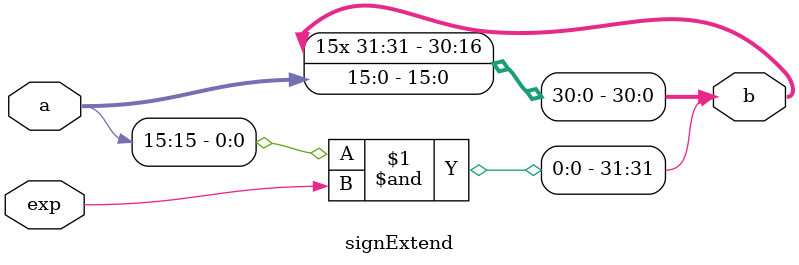
<source format=v>
`timescale 1ns / 1ps

// input unsigned int
// output signed int
// b[15:0] = a[15:0]
// b[31:16] = a[15] * 16;
module signExtend(exp, a, b);
	input exp;
	input [15:0] a;
	output [31:0] b;
	assign b = {{16{a[15] & exp}}, a};
endmodule

</source>
